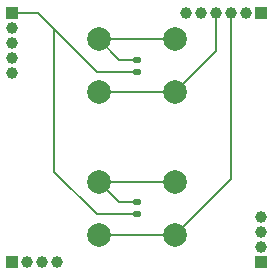
<source format=gbl>
%TF.GenerationSoftware,KiCad,Pcbnew,9.0.5-1.fc42*%
%TF.CreationDate,2025-12-03T03:07:16+01:00*%
%TF.ProjectId,Block-Switch-2V,426c6f63-6b2d-4537-9769-7463682d3256,1*%
%TF.SameCoordinates,Original*%
%TF.FileFunction,Copper,L2,Bot*%
%TF.FilePolarity,Positive*%
%FSLAX46Y46*%
G04 Gerber Fmt 4.6, Leading zero omitted, Abs format (unit mm)*
G04 Created by KiCad (PCBNEW 9.0.5-1.fc42) date 2025-12-03 03:07:16*
%MOMM*%
%LPD*%
G01*
G04 APERTURE LIST*
G04 Aperture macros list*
%AMRoundRect*
0 Rectangle with rounded corners*
0 $1 Rounding radius*
0 $2 $3 $4 $5 $6 $7 $8 $9 X,Y pos of 4 corners*
0 Add a 4 corners polygon primitive as box body*
4,1,4,$2,$3,$4,$5,$6,$7,$8,$9,$2,$3,0*
0 Add four circle primitives for the rounded corners*
1,1,$1+$1,$2,$3*
1,1,$1+$1,$4,$5*
1,1,$1+$1,$6,$7*
1,1,$1+$1,$8,$9*
0 Add four rect primitives between the rounded corners*
20,1,$1+$1,$2,$3,$4,$5,0*
20,1,$1+$1,$4,$5,$6,$7,0*
20,1,$1+$1,$6,$7,$8,$9,0*
20,1,$1+$1,$8,$9,$2,$3,0*%
G04 Aperture macros list end*
%TA.AperFunction,ComponentPad*%
%ADD10C,2.000000*%
%TD*%
%TA.AperFunction,ComponentPad*%
%ADD11R,1.000000X1.000000*%
%TD*%
%TA.AperFunction,ComponentPad*%
%ADD12C,1.000000*%
%TD*%
%TA.AperFunction,SMDPad,CuDef*%
%ADD13RoundRect,0.135000X0.185000X-0.135000X0.185000X0.135000X-0.185000X0.135000X-0.185000X-0.135000X0*%
%TD*%
%TA.AperFunction,Conductor*%
%ADD14C,0.200000*%
%TD*%
G04 APERTURE END LIST*
D10*
%TO.P,SW1,2,2*%
%TO.N,/A*%
X142315000Y-109882190D03*
X135815000Y-109882190D03*
%TO.P,SW1,1,1*%
%TO.N,Net-(R1-Pad2)*%
X142315000Y-105382190D03*
X135815000Y-105382190D03*
%TD*%
%TO.P,SW2,2,2*%
%TO.N,/B*%
X142315000Y-121947810D03*
X135815000Y-121947810D03*
%TO.P,SW2,1,1*%
%TO.N,Net-(R2-Pad2)*%
X142315000Y-117447810D03*
X135815000Y-117447810D03*
%TD*%
D11*
%TO.P,J4,1,Pin_1*%
%TO.N,/Typ0*%
X128525000Y-124205000D03*
D12*
%TO.P,J4,2,Pin_2*%
%TO.N,/Typ1*%
X129795000Y-124205000D03*
%TO.P,J4,3,Pin_3*%
%TO.N,/Typ2*%
X131065000Y-124205000D03*
%TO.P,J4,4,Pin_4*%
%TO.N,/Typ3*%
X132335000Y-124205000D03*
%TD*%
D13*
%TO.P,R2,1*%
%TO.N,/+3.3V Digital*%
X139065000Y-120207810D03*
%TO.P,R2,2*%
%TO.N,Net-(R2-Pad2)*%
X139065000Y-119187810D03*
%TD*%
%TO.P,R1,1*%
%TO.N,/+3.3V Digital*%
X139065000Y-108142190D03*
%TO.P,R1,2*%
%TO.N,Net-(R1-Pad2)*%
X139065000Y-107122190D03*
%TD*%
D11*
%TO.P,J2,1,Pin_1*%
%TO.N,/Addr0*%
X149605000Y-124205000D03*
D12*
%TO.P,J2,2,Pin_2*%
%TO.N,/Addr1*%
X149605000Y-122935000D03*
%TO.P,J2,3,Pin_3*%
%TO.N,/Addr2*%
X149605000Y-121665000D03*
%TO.P,J2,4,Pin_4*%
%TO.N,/Addr3*%
X149605000Y-120395000D03*
%TD*%
D11*
%TO.P,J1,1,Pin_1*%
%TO.N,/+3.3V Digital*%
X128525000Y-103125000D03*
D12*
%TO.P,J1,2,Pin_2*%
%TO.N,/AREF*%
X128525000Y-104395000D03*
%TO.P,J1,3,Pin_3*%
%TO.N,GND*%
X128525000Y-105665000D03*
%TO.P,J1,4,Pin_4*%
%TO.N,/SlotBus.Data*%
X128525000Y-106935000D03*
%TO.P,J1,5,Pin_5*%
%TO.N,/SlotBus.Clock*%
X128525000Y-108205000D03*
%TD*%
D11*
%TO.P,J3,1,Pin_1*%
%TO.N,/LED*%
X149605000Y-103125000D03*
D12*
%TO.P,J3,2,Pin_2*%
%TO.N,/C*%
X148335000Y-103125000D03*
%TO.P,J3,3,Pin_3*%
%TO.N,/B*%
X147065000Y-103125000D03*
%TO.P,J3,4,Pin_4*%
%TO.N,/A*%
X145795000Y-103125000D03*
%TO.P,J3,5,Pin_5*%
%TO.N,/A1*%
X144525000Y-103125000D03*
%TO.P,J3,6,Pin_6*%
%TO.N,/A0*%
X143255000Y-103125000D03*
%TD*%
D14*
%TO.N,/B*%
X142315000Y-121947810D02*
X147065000Y-117197810D01*
X147065000Y-117197810D02*
X147065000Y-103125000D01*
%TO.N,/A*%
X142315000Y-109882190D02*
X145795000Y-106402190D01*
X145795000Y-106402190D02*
X145795000Y-103125000D01*
%TO.N,/+3.3V Digital*%
X139065000Y-120207810D02*
X135701810Y-120207810D01*
X135701810Y-120207810D02*
X132080000Y-116586000D01*
X132080000Y-116586000D02*
X132080000Y-104521000D01*
X132080000Y-104521000D02*
X130684000Y-103125000D01*
X139065000Y-108142190D02*
X135701190Y-108142190D01*
X135701190Y-108142190D02*
X130684000Y-103125000D01*
X130684000Y-103125000D02*
X128525000Y-103125000D01*
%TO.N,Net-(R2-Pad2)*%
X139065000Y-119187810D02*
X137555000Y-119187810D01*
X137555000Y-119187810D02*
X135815000Y-117447810D01*
%TO.N,Net-(R1-Pad2)*%
X139065000Y-107122190D02*
X137555000Y-107122190D01*
X137555000Y-107122190D02*
X135815000Y-105382190D01*
%TO.N,/B*%
X142315000Y-121947810D02*
X135815000Y-121947810D01*
%TO.N,Net-(R2-Pad2)*%
X142315000Y-117447810D02*
X135815000Y-117447810D01*
%TO.N,/A*%
X142315000Y-109882190D02*
X135815000Y-109882190D01*
%TO.N,Net-(R1-Pad2)*%
X142315000Y-105382190D02*
X135815000Y-105382190D01*
%TD*%
M02*

</source>
